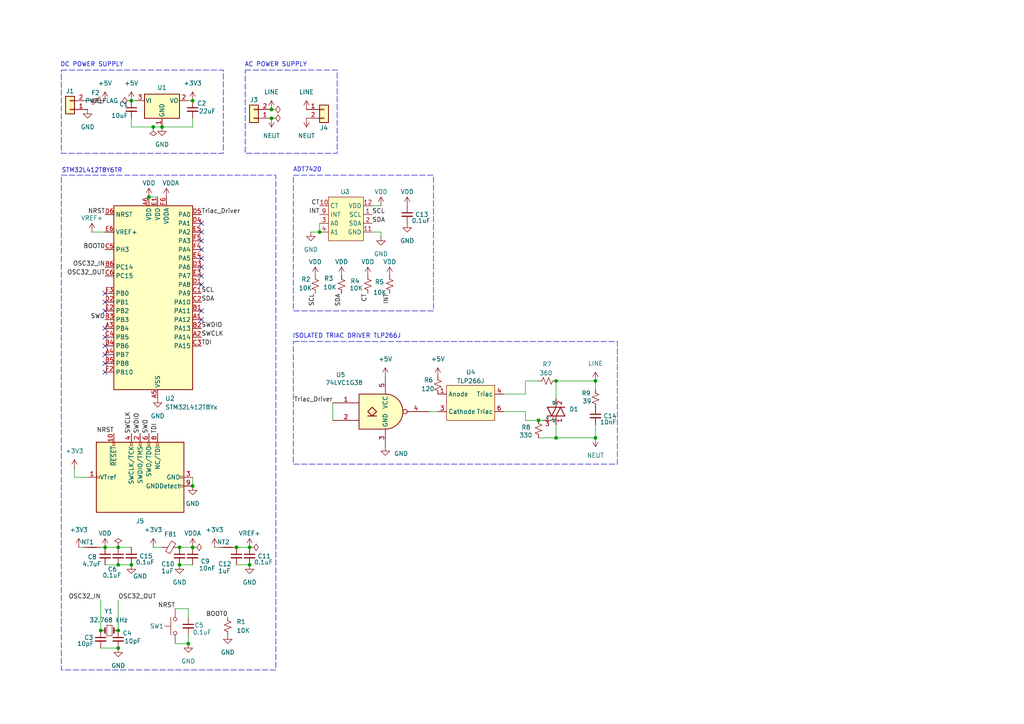
<source format=kicad_sch>
(kicad_sch (version 20231120) (generator "eeschema") (generator_version "8.0")
  (paper "A4")
  (title_block (title "Wings_Ict_test") (date "2025-03-01") (rev "1"))
  (lib_symbols
    (symbol "74xGxx:74LVC1G38"
      (property "Reference" "U" (at -5.08 7.62 0))
      (property "Value" "74LVC1G38" (at 7.62 -7.62 0))
      (symbol "74LVC1G38_0_1"
        (arc (start 0 -5.08) (mid 5.0579 0) (end 0 5.08) (stroke (width 0.254)) (fill (type background)))
        (polyline (pts (xy -5.08 -1.27) (xy -2.54 -1.27)) (stroke (width 0.254)) (fill (type background)))
        (polyline (pts (xy 0 -5.08) (xy -7.62 -5.08) (xy -7.62 5.08) (xy 0 5.08)) (stroke (width 0.254)) (fill (type background)))
        (polyline (pts (xy -3.81 1.27) (xy -5.08 0) (xy -3.81 -1.27) (xy -2.54 0) (xy -3.81 1.27)) (stroke (width 0.254)) (fill (type background)))
      )
      (symbol "74LVC1G38_1_1"
        (pin input line (at -15.24 2.54 0) (length 7.62) (name "~") (number "1"))
        (pin input line (at -15.24 -2.54 0) (length 7.62) (name "~") (number "2"))
        (pin power_in line (at 0 -10.16 90) (length 5.08) (name "GND") (number "3"))
        (pin output inverted (at 12.7 0 180) (length 7.62) (name "~") (number "4"))
        (pin power_in line (at 0 10.16 270) (length 5.08) (name "VCC") (number "5"))
      )
    )
    (symbol "Connector:Conn_ARM_JTAG_SWD_10" (pin_names (offset 1.016))
      (property "Reference" "J" (at -2.54 16.51 0))
      (property "Value" "Conn_ARM_JTAG_SWD_10" (at -2.54 13.97 0))
      (symbol "Conn_ARM_JTAG_SWD_10_0_1"
        (rectangle (start -10.16 12.7) (end 10.16 -12.7) (stroke (width 0.254)) (fill (type background)))
        (rectangle (start -2.794 -12.7) (end -2.286 -11.684))
        (rectangle (start -0.254 -12.7) (end 0.254 -11.684))
        (rectangle (start -0.254 12.7) (end 0.254 11.684))
        (rectangle (start 9.144 2.286) (end 10.16 2.794))
        (rectangle (start 10.16 -2.794) (end 9.144 -2.286))
        (rectangle (start 10.16 -0.254) (end 9.144 0.254))
        (rectangle (start 10.16 7.874) (end 9.144 7.366))
      )
      (symbol "Conn_ARM_JTAG_SWD_10_1_1"
        (rectangle (start 9.144 -5.334) (end 10.16 -4.826))
        (pin power_in line (at 0 15.24 270) (length 2.54) (name "VTref") (number "1"))
        (pin open_collector line (at 12.7 7.62 180) (length 2.54) (name "~{RESET}") (number "10"))
        (pin bidirectional line (at 12.7 0 180) (length 2.54) (name "SWDIO/TMS") (number "2"))
        (pin power_in line (at 0 -15.24 90) (length 2.54) (name "GND") (number "3"))
        (pin output line (at 12.7 2.54 180) (length 2.54) (name "SWCLK/TCK") (number "4"))
        (pin passive line (at 0 -15.24 90) (length 2.54) hide (name "GND") (number "5"))
        (pin input line (at 12.7 -2.54 180) (length 2.54) (name "SWO/TDO") (number "6"))
        (pin no_connect line (at -10.16 0 0) (length 2.54) hide (name "KEY") (number "7"))
        (pin output line (at 12.7 -5.08 180) (length 2.54) (name "NC/TDI") (number "8"))
        (pin passive line (at -2.54 -15.24 90) (length 2.54) (name "GNDDetect") (number "9"))
      )
    )
    (symbol "Connector_Generic:Conn_01x02" (pin_names (offset 1.016) hide)
      (property "Reference" "J" (at 0 2.54 0))
      (property "Value" "Conn_01x02" (at 0 -5.08 0))
      (symbol "Conn_01x02_1_1"
        (rectangle (start -1.27 -2.413) (end 0 -2.667) (stroke (width 0.1524)))
        (rectangle (start -1.27 0.127) (end 0 -0.127) (stroke (width 0.1524)))
        (rectangle (start -1.27 1.27) (end 1.27 -3.81) (stroke (width 0.254)) (fill (type background)))
        (pin passive line (at -5.08 0 0) (length 3.81) (name "Pin_1") (number "1"))
        (pin passive line (at -5.08 -2.54 0) (length 3.81) (name "Pin_2") (number "2"))
      )
    )
    (symbol "Custom_Components_Library:ADT7420"
      (property "Reference" "U" (at 0 -1.27 0))
      (symbol "ADT7420_1_1"
        (rectangle (start -5.08 12.7) (end 5.08 0) (fill (type background)))
        (pin input line (at 7.62 7.62 180) (length 2.54) (name "SCL") (number "1"))
        (pin output line (at -7.62 10.16 0) (length 2.54) (name "CT") (number "10"))
        (pin power_in line (at 7.62 2.54 180) (length 2.54) (name "GND") (number "11"))
        (pin power_in line (at 7.62 10.16 180) (length 2.54) (name "VDD") (number "12"))
        (pin bidirectional line (at 7.62 5.08 180) (length 2.54) (name "SDA") (number "2"))
        (pin passive line (at -7.62 5.08 0) (length 2.54) (name "A0") (number "3"))
        (pin passive line (at -7.62 2.54 0) (length 2.54) (name "A1") (number "4"))
        (pin output line (at -7.62 7.62 0) (length 2.54) (name "INT") (number "9"))
      )
    )
    (symbol "Custom_Components_Library:TLP266J"
      (property "Reference" "U" (at 0 -2.286 0))
      (symbol "TLP266J_1_1"
        (rectangle (start -6.35 10.16) (end 7.62 0) (fill (type background)))
        (pin input line (at -8.89 7.62 0) (length 2.54) (name "Anode") (number "1"))
        (pin passive line (at -8.89 2.54 0) (length 2.54) (name "Cathode") (number "3"))
        (pin passive line (at 10.16 7.62 180) (length 2.54) (name "Triac") (number "4"))
        (pin passive line (at 10.16 2.54 180) (length 2.54) (name "Triac") (number "6"))
      )
    )
    (symbol "Device:C_Small" (pin_numbers hide) (pin_names (offset 0.254) hide)
      (property "Reference" "C" (at 0.254 1.778 0))
      (property "Value" "C_Small" (at 0.254 -2.032 0))
      (symbol "C_Small_0_1"
        (polyline (pts (xy -1.524 -0.508) (xy 1.524 -0.508)) (stroke (width 0.3302)))
        (polyline (pts (xy -1.524 0.508) (xy 1.524 0.508)) (stroke (width 0.3048)))
      )
      (symbol "C_Small_1_1"
        (pin passive line (at 0 2.54 270) (length 2.032) (name "~") (number "1"))
        (pin passive line (at 0 -2.54 90) (length 2.032) (name "~") (number "2"))
      )
    )
    (symbol "Device:Crystal_Small" (pin_numbers hide) (pin_names (offset 1.016) hide)
      (property "Reference" "Y" (at 0 2.54 0))
      (property "Value" "Crystal_Small" (at 0 -2.54 0))
      (symbol "Crystal_Small_0_1"
        (rectangle (start -0.762 -1.524) (end 0.762 1.524))
        (polyline (pts (xy -1.27 -0.762) (xy -1.27 0.762)) (stroke (width 0.381)))
        (polyline (pts (xy 1.27 -0.762) (xy 1.27 0.762)) (stroke (width 0.381)))
      )
      (symbol "Crystal_Small_1_1"
        (pin passive line (at -2.54 0 0) (length 1.27) (name "1") (number "1"))
        (pin passive line (at 2.54 0 180) (length 1.27) (name "2") (number "2"))
      )
    )
    (symbol "Device:FerriteBead_Small" (pin_numbers hide) (pin_names (offset 0))
      (property "Reference" "FB" (at 1.905 1.27 0))
      (property "Value" "FerriteBead_Small" (at 1.905 -1.27 0))
      (symbol "FerriteBead_Small_0_1"
        (polyline (pts (xy 0 -1.27) (xy 0 -0.7874)))
        (polyline (pts (xy 0 0.889) (xy 0 1.2954)))
        (polyline (pts (xy -1.8288 0.2794) (xy -1.1176 1.4986) (xy 1.8288 -0.2032) (xy 1.1176 -1.4224) (xy -1.8288 0.2794)))
      )
      (symbol "FerriteBead_Small_1_1"
        (pin passive line (at 0 2.54 270) (length 1.27) (name "~") (number "1"))
        (pin passive line (at 0 -2.54 90) (length 1.27) (name "~") (number "2"))
      )
    )
    (symbol "Device:NetTie_2" (pin_numbers hide) (pin_names (offset 0) hide) (in_bom no)
      (property "Reference" "NT" (at 0 1.27 0))
      (property "Value" "NetTie_2" (at 0 -1.27 0))
      (symbol "NetTie_2_0_1"
        (polyline (pts (xy -1.27 0) (xy 1.27 0)) (stroke (width 0.254)))
      )
      (symbol "NetTie_2_1_1"
        (pin passive line (at -2.54 0 0) (length 2.54) (name "1") (number "1"))
        (pin passive line (at 2.54 0 180) (length 2.54) (name "2") (number "2"))
      )
    )
    (symbol "Device:Polyfuse_Small" (pin_numbers hide) (pin_names (offset 0))
      (property "Reference" "F" (at -1.905 0 90))
      (property "Value" "Polyfuse_Small" (at 1.905 0 90))
      (symbol "Polyfuse_Small_0_1"
        (rectangle (start -0.508 1.27) (end 0.508 -1.27))
        (polyline (pts (xy 0 2.54) (xy 0 -2.54)))
        (polyline (pts (xy -1.016 1.27) (xy -1.016 0.762) (xy 1.016 -0.762) (xy 1.016 -1.27)))
      )
      (symbol "Polyfuse_Small_1_1"
        (pin passive line (at 0 2.54 270) (length 0.635) (name "~") (number "1"))
        (pin passive line (at 0 -2.54 90) (length 0.635) (name "~") (number "2"))
      )
    )
    (symbol "Device:R_Small_US" (pin_numbers hide) (pin_names (offset 0.254) hide)
      (property "Reference" "R" (at 0.762 0.508 0))
      (property "Value" "R_Small_US" (at 0.762 -1.016 0))
      (symbol "R_Small_US_1_1"
        (polyline (pts (xy 0 0) (xy 1.016 -0.381) (xy 0 -0.762) (xy -1.016 -1.143) (xy 0 -1.524)))
        (polyline (pts (xy 0 1.524) (xy 1.016 1.143) (xy 0 0.762) (xy -1.016 0.381) (xy 0 0)))
        (pin passive line (at 0 2.54 270) (length 1.016) (name "~") (number "1"))
        (pin passive line (at 0 -2.54 90) (length 1.016) (name "~") (number "2"))
      )
    )
    (symbol "MCU_ST_STM32L4:STM32L412T8Yx"
      (property "Reference" "U" (at -10.16 29.21 0))
      (property "Value" "STM32L412T8Yx" (at 7.62 29.21 0))
      (symbol "STM32L412T8Yx_0_1"
        (rectangle (start -10.16 -25.4) (end 12.7 27.94) (stroke (width 0.254)) (fill (type background)))
      )
      (symbol "STM32L412T8Yx_1_1"
        (pin bidirectional line (at 15.24 -5.08 180) (length 2.54) (name "PA12") (number "A1"))
        (pin bidirectional line (at 15.24 -10.16 180) (length 2.54) (name "PA14") (number "A2"))
        (pin bidirectional line (at -12.7 -7.62 0) (length 2.54) (name "PB4") (number "A3"))
        (pin bidirectional line (at -12.7 -15.24 0) (length 2.54) (name "PB7") (number "A4"))
        (pin power_in line (at 2.54 -27.94 90) (length 2.54) (name "VSS") (number "A5"))
        (pin power_in line (at 0 30.48 270) (length 2.54) (name "VDD") (number "A6"))
        (pin bidirectional line (at 15.24 -2.54 180) (length 2.54) (name "PA11") (number "B1"))
        (pin bidirectional line (at 15.24 -7.62 180) (length 2.54) (name "PA13") (number "B2"))
        (pin bidirectional line (at -12.7 -5.08 0) (length 2.54) (name "PB3") (number "B3"))
        (pin bidirectional line (at -12.7 -12.7 0) (length 2.54) (name "PB6") (number "B4"))
        (pin bidirectional line (at -12.7 -17.78 0) (length 2.54) (name "PB8") (number "B5"))
        (pin bidirectional line (at -12.7 10.16 0) (length 2.54) (name "PC14") (number "B6"))
        (pin bidirectional line (at 15.24 2.54 180) (length 2.54) (name "PA9") (number "C1"))
        (pin bidirectional line (at 15.24 0 180) (length 2.54) (name "PA10") (number "C2"))
        (pin bidirectional line (at 15.24 -12.7 180) (length 2.54) (name "PA15") (number "C3"))
        (pin bidirectional line (at -12.7 -10.16 0) (length 2.54) (name "PB5") (number "C4"))
        (pin bidirectional line (at -12.7 15.24 0) (length 2.54) (name "PH3") (number "C5"))
        (pin bidirectional line (at -12.7 7.62 0) (length 2.54) (name "PC15") (number "C6"))
        (pin bidirectional line (at 15.24 5.08 180) (length 2.54) (name "PA8") (number "D1"))
        (pin bidirectional line (at -12.7 0 0) (length 2.54) (name "PB1") (number "D2"))
        (pin bidirectional line (at 15.24 10.16 180) (length 2.54) (name "PA6") (number "D3"))
        (pin bidirectional line (at 15.24 22.86 180) (length 2.54) (name "PA1") (number "D4"))
        (pin bidirectional line (at 15.24 25.4 180) (length 2.54) (name "PA0") (number "D5"))
        (pin input line (at -12.7 25.4 0) (length 2.54) (name "NRST") (number "D6"))
        (pin power_in line (at 2.54 30.48 270) (length 2.54) (name "VDD") (number "E1"))
        (pin bidirectional line (at -12.7 -2.54 0) (length 2.54) (name "PB2") (number "E2"))
        (pin bidirectional line (at 15.24 7.62 180) (length 2.54) (name "PA7") (number "E3"))
        (pin bidirectional line (at 15.24 12.7 180) (length 2.54) (name "PA5") (number "E4"))
        (pin bidirectional line (at 15.24 20.32 180) (length 2.54) (name "PA2") (number "E5"))
        (pin input line (at -12.7 20.32 0) (length 2.54) (name "VREF+") (number "E6"))
        (pin passive line (at 2.54 -27.94 90) (length 2.54) hide (name "VSS") (number "F1"))
        (pin bidirectional line (at -12.7 -20.32 0) (length 2.54) (name "PB10") (number "F2"))
        (pin bidirectional line (at -12.7 2.54 0) (length 2.54) (name "PB0") (number "F3"))
        (pin bidirectional line (at 15.24 15.24 180) (length 2.54) (name "PA4") (number "F4"))
        (pin bidirectional line (at 15.24 17.78 180) (length 2.54) (name "PA3") (number "F5"))
        (pin power_in line (at 5.08 30.48 270) (length 2.54) (name "VDDA") (number "F6"))
      )
    )
    (symbol "Regulator_Linear:AZ1117-3.3" (pin_names (offset 0.254))
      (property "Reference" "U" (at -3.81 3.175 0))
      (property "Value" "AZ1117-3.3" (at 0 3.175 0))
      (symbol "AZ1117-3.3_0_1"
        (rectangle (start -5.08 1.905) (end 5.08 -5.08) (stroke (width 0.254)) (fill (type background)))
      )
      (symbol "AZ1117-3.3_1_1"
        (pin power_in line (at 0 -7.62 90) (length 2.54) (name "GND") (number "1"))
        (pin power_out line (at 7.62 0 180) (length 2.54) (name "VO") (number "2"))
        (pin power_in line (at -7.62 0 0) (length 2.54) (name "VI") (number "3"))
      )
    )
    (symbol "Switch:SW_Push" (pin_numbers hide) (pin_names (offset 1.016) hide)
      (property "Reference" "SW" (at 1.27 2.54 0))
      (property "Value" "SW_Push" (at 0 -1.524 0))
      (symbol "SW_Push_0_1"
        (circle (center -2.032 0) (radius 0.508))
        (polyline (pts (xy 0 1.27) (xy 0 3.048)))
        (polyline (pts (xy 2.54 1.27) (xy -2.54 1.27)))
        (circle (center 2.032 0) (radius 0.508))
        (pin passive line (at -5.08 0 0) (length 2.54) (name "1") (number "1"))
        (pin passive line (at 5.08 0 180) (length 2.54) (name "2") (number "2"))
      )
    )
    (symbol "Triac_Thyristor:Generic_Triac_A1A2G" (pin_names (offset 0))
      (property "Reference" "D" (at 3.175 0.635 0))
      (property "Value" "Generic_Triac_A1A2G" (at 3.175 -1.27 0))
      (symbol "Generic_Triac_A1A2G_0_1"
        (polyline (pts (xy -2.54 -1.27) (xy 2.54 -1.27)) (stroke (width 0.254)))
        (polyline (pts (xy -2.54 1.27) (xy 2.54 1.27)) (stroke (width 0.254)))
        (polyline (pts (xy -1.27 -2.54) (xy -0.635 -1.27)))
        (polyline (pts (xy -2.54 1.27) (xy -1.27 -1.27) (xy 0 1.27)) (stroke (width 0.254)))
        (polyline (pts (xy 0 -1.27) (xy 1.27 1.27) (xy 2.54 -1.27)) (stroke (width 0.254)))
      )
      (symbol "Generic_Triac_A1A2G_1_1"
        (pin passive line (at 0 -3.81 90) (length 2.54) (name "A1") (number "1"))
        (pin passive line (at 0 3.81 270) (length 2.54) (name "A2") (number "2"))
        (pin input line (at -3.81 -2.54 0) (length 2.54) (name "G") (number "3"))
      )
    )
    (symbol "power:+3V3" (power) (pin_numbers hide) (pin_names (offset 0) hide)
      (property "Value" "+3V3" (at 0 3.556 0))
      (symbol "+3V3_0_1"
        (polyline (pts (xy -0.762 1.27) (xy 0 2.54)))
        (polyline (pts (xy 0 0) (xy 0 2.54)))
        (polyline (pts (xy 0 2.54) (xy 0.762 1.27)))
      )
      (symbol "+3V3_1_1"
        (pin power_in line (at 0 0 90) (length 0) (name "~") (number "1"))
      )
    )
    (symbol "power:+5V" (power) (pin_numbers hide) (pin_names (offset 0) hide)
      (property "Value" "+5V" (at 0 3.556 0))
      (symbol "+5V_0_1"
        (polyline (pts (xy -0.762 1.27) (xy 0 2.54)))
        (polyline (pts (xy 0 0) (xy 0 2.54)))
        (polyline (pts (xy 0 2.54) (xy 0.762 1.27)))
      )
      (symbol "+5V_1_1"
        (pin power_in line (at 0 0 90) (length 0) (name "~") (number "1"))
      )
    )
    (symbol "power:GND" (power) (pin_numbers hide) (pin_names (offset 0) hide)
      (property "Value" "GND" (at 0 -3.81 0))
      (symbol "GND_0_1"
        (polyline (pts (xy 0 0) (xy 0 -1.27) (xy 1.27 -1.27) (xy 0 -2.54) (xy -1.27 -1.27) (xy 0 -1.27)))
      )
      (symbol "GND_1_1"
        (pin power_in line (at 0 0 270) (length 0) (name "~") (number "1"))
      )
    )
    (symbol "power:LINE" (power) (pin_numbers hide) (pin_names (offset 0) hide)
      (property "Value" "LINE" (at 0 3.556 0))
      (symbol "LINE_0_1"
        (polyline (pts (xy -0.762 1.27) (xy 0 2.54)))
        (polyline (pts (xy 0 0) (xy 0 2.54)))
        (polyline (pts (xy 0 2.54) (xy 0.762 1.27)))
      )
      (symbol "LINE_1_1"
        (pin power_in line (at 0 0 90) (length 0) (name "~") (number "1"))
      )
    )
    (symbol "power:NEUT" (power) (pin_numbers hide) (pin_names (offset 0) hide)
      (property "Value" "NEUT" (at 0 3.556 0))
      (symbol "NEUT_0_1"
        (polyline (pts (xy -0.762 1.27) (xy 0 2.54)))
        (polyline (pts (xy 0 0) (xy 0 2.54)))
        (polyline (pts (xy 0 2.54) (xy 0.762 1.27)))
      )
      (symbol "NEUT_1_1"
        (pin power_in line (at 0 0 90) (length 0) (name "~") (number "1"))
      )
    )
    (symbol "power:PWR_FLAG" (power) (pin_numbers hide) (pin_names (offset 0) hide)
      (property "Value" "PWR_FLAG" (at 0 3.81 0))
      (symbol "PWR_FLAG_0_0"
        (pin power_out line (at 0 0 90) (length 0) (name "~") (number "1"))
      )
      (symbol "PWR_FLAG_0_1"
        (polyline (pts (xy 0 0) (xy 0 1.27) (xy -1.016 1.905) (xy 0 2.54) (xy 1.016 1.905) (xy 0 1.27)))
      )
    )
  )
  (junction (at 161.29 127))
  (junction (at 161.29 110.49))
  (junction (at 172.72 110.49))
  (junction (at 68.58 158.75))
  (junction (at 156.21 121.92))
  (junction (at 34.29 187.96))
  (junction (at 52.07 158.75))
  (junction (at 72.39 158.75))
  (junction (at 44.45 36.83))
  (junction (at 55.88 158.75))
  (junction (at 78.74 31.75))
  (junction (at 172.72 127))
  (junction (at 78.74 34.29))
  (junction (at 38.1 29.21))
  (junction (at 34.29 163.83))
  (junction (at 52.07 163.83))
  (junction (at 43.18 57.15))
  (junction (at 72.39 163.83))
  (junction (at 30.48 158.75))
  (junction (at 46.99 36.83))
  (junction (at 29.21 182.88))
  (junction (at 55.88 140.97))
  (junction (at 55.88 29.21))
  (junction (at 92.71 67.31))
  (junction (at 54.61 186.69))
  (junction (at 34.29 158.75))
  (junction (at 34.29 182.88))
  (junction (at 38.1 163.83))
  (no_connect (at 30.48 105.41))
  (no_connect (at 58.42 82.55))
  (no_connect (at 58.42 80.01))
  (no_connect (at 30.48 107.95))
  (no_connect (at 30.48 85.09))
  (no_connect (at 30.48 100.33))
  (no_connect (at 30.48 87.63))
  (no_connect (at 58.42 69.85))
  (no_connect (at 58.42 77.47))
  (no_connect (at 30.48 90.17))
  (no_connect (at 58.42 92.71))
  (no_connect (at 58.42 67.31))
  (no_connect (at 58.42 64.77))
  (no_connect (at 30.48 102.87))
  (no_connect (at 30.48 97.79))
  (no_connect (at 30.48 95.25))
  (no_connect (at 58.42 72.39))
  (no_connect (at 58.42 90.17))
  (no_connect (at 58.42 74.93))
  (wire (pts (xy 34.29 173.99) (xy 34.29 182.88)))
  (wire (pts (xy 55.88 29.21) (xy 54.61 29.21)))
  (wire (pts (xy 50.8 176.53) (xy 54.61 176.53)))
  (wire (pts (xy 38.1 29.21) (xy 39.37 29.21)))
  (wire (pts (xy 44.45 36.83) (xy 46.99 36.83)))
  (wire (pts (xy 90.17 67.31) (xy 92.71 67.31)))
  (wire (pts (xy 21.59 138.43) (xy 25.4 138.43)))
  (wire (pts (xy 156.21 121.92) (xy 157.48 121.92)))
  (wire (pts (xy 54.61 176.53) (xy 54.61 179.07)))
  (wire (pts (xy 26.67 67.31) (xy 30.48 67.31)))
  (wire (pts (xy 54.61 186.69) (xy 54.61 184.15)))
  (wire (pts (xy 68.58 158.75) (xy 72.39 158.75)))
  (wire (pts (xy 172.72 127) (xy 161.29 127)))
  (wire (pts (xy 21.59 135.89) (xy 21.59 138.43)))
  (wire (pts (xy 34.29 163.83) (xy 38.1 163.83)))
  (wire (pts (xy 52.07 158.75) (xy 55.88 158.75)))
  (wire (pts (xy 92.71 64.77) (xy 92.71 67.31)))
  (wire (pts (xy 46.99 158.75) (xy 44.45 158.75)))
  (wire (pts (xy 152.4 110.49) (xy 156.21 110.49)))
  (wire (pts (xy 29.21 158.75) (xy 30.48 158.75)))
  (wire (pts (xy 62.23 158.75) (xy 63.5 158.75)))
  (wire (pts (xy 29.21 173.99) (xy 29.21 182.88)))
  (wire (pts (xy 55.88 138.43) (xy 55.88 140.97)))
  (wire (pts (xy 156.21 121.92) (xy 152.4 121.92)))
  (wire (pts (xy 172.72 123.19) (xy 172.72 127)))
  (wire (pts (xy 124.46 119.38) (xy 127 119.38)))
  (wire (pts (xy 96.52 116.84) (xy 96.52 121.92)))
  (wire (pts (xy 161.29 110.49) (xy 172.72 110.49)))
  (wire (pts (xy 172.72 110.49) (xy 172.72 113.03)))
  (wire (pts (xy 43.18 57.15) (xy 45.72 57.15)))
  (wire (pts (xy 29.21 187.96) (xy 34.29 187.96)))
  (wire (pts (xy 161.29 127) (xy 161.29 123.19)))
  (wire (pts (xy 152.4 114.3) (xy 152.4 110.49)))
  (wire (pts (xy 52.07 163.83) (xy 55.88 163.83)))
  (wire (pts (xy 152.4 121.92) (xy 152.4 119.38)))
  (wire (pts (xy 152.4 119.38) (xy 146.05 119.38)))
  (wire (pts (xy 146.05 114.3) (xy 152.4 114.3)))
  (wire (pts (xy 34.29 158.75) (xy 38.1 158.75)))
  (wire (pts (xy 55.88 34.29) (xy 55.88 36.83)))
  (wire (pts (xy 30.48 158.75) (xy 34.29 158.75)))
  (wire (pts (xy 38.1 36.83) (xy 44.45 36.83)))
  (wire (pts (xy 68.58 163.83) (xy 72.39 163.83)))
  (wire (pts (xy 110.49 59.69) (xy 107.95 59.69)))
  (wire (pts (xy 38.1 34.29) (xy 38.1 36.83)))
  (wire (pts (xy 22.86 158.75) (xy 24.13 158.75)))
  (wire (pts (xy 110.49 67.31) (xy 107.95 67.31)))
  (wire (pts (xy 55.88 36.83) (xy 46.99 36.83)))
  (wire (pts (xy 30.48 163.83) (xy 34.29 163.83)))
  (wire (pts (xy 50.8 186.69) (xy 54.61 186.69)))
  (wire (pts (xy 110.49 68.58) (xy 110.49 67.31)))
  (wire (pts (xy 156.21 127) (xy 161.29 127)))
  (wire (pts (xy 161.29 110.49) (xy 161.29 115.57)))
  (rectangle (start 71.12 20.32) (end 97.79 44.45) (stroke (width 0) (type dash)))
  (rectangle (start 17.78 20.32) (end 64.77 44.45) (stroke (width 0) (type dash)))
  (rectangle (start 85.09 99.06) (end 179.07 134.62) (stroke (width 0) (type dash)))
  (rectangle (start 17.78 50.8) (end 80.01 194.31) (stroke (width 0) (type dash)))
  (rectangle (start 85.09 50.8) (end 125.73 90.17) (stroke (width 0) (type dash)))
  (text "STM32L412T8Y6TR" (at 26.67 49.53 0) (effects (font (size 1.27 1.27))))
  (text "ISOLATED TRIAC DRIVER TLP266J\n" (at 100.584 97.536 0) (effects (font (size 1.27 1.27))))
  (text "ADT7420" (at 89.154 49.276 0) (effects (font (size 1.27 1.27))))
  (text "DC POWER SUPPLY" (at 26.67 18.796 0) (effects (font (size 1.27 1.27))))
  (text "AC POWER SUPPLY" (at 80.01 18.796 0) (effects (font (size 1.27 1.27))))
  (label "CT" (at 92.71 59.69 180))
  (label "Triac_Driver" (at 58.42 62.23 0))
  (label "SWO" (at 43.18 125.73 90))
  (label "SDA" (at 58.42 87.63 0))
  (label "BOOT0" (at 66.04 179.07 180))
  (label "SDA" (at 99.06 85.09 270))
  (label "OSC32_IN" (at 30.48 77.47 180))
  (label "SCL" (at 58.42 85.09 0))
  (label "SWDIO" (at 40.64 125.73 90))
  (label "NRST" (at 50.8 176.53 180))
  (label "OSC32_OUT" (at 34.29 173.99 0))
  (label "TDI" (at 58.42 100.33 0))
  (label "SCL" (at 91.44 85.09 270))
  (label "Triac_Driver" (at 96.52 116.84 180))
  (label "INT" (at 113.03 85.09 270))
  (label "BOOT0" (at 30.48 72.39 180))
  (label "SCL" (at 107.95 62.23 0))
  (label "SWDIO" (at 58.42 95.25 0))
  (label "OSC32_IN" (at 29.21 173.99 180))
  (label "OSC32_OUT" (at 30.48 80.01 180))
  (label "INT" (at 92.71 62.23 180))
  (label "NRST" (at 30.48 62.23 180))
  (label "SWO" (at 30.48 92.71 180))
  (label "SWCLK" (at 38.1 125.73 90))
  (label "NRST" (at 33.02 125.73 180))
  (label "CT" (at 106.68 85.09 270))
  (label "SDA" (at 107.95 64.77 0))
  (label "SWCLK" (at 58.42 97.79 0))
  (label "TDI" (at 45.72 125.73 90))
  (symbol (lib_id "Device:R_Small_US") (at 158.75 110.49 90) (unit 1)
    (property "Reference" "R7" (at 160.02 105.664 90) (effects (justify left)))
    (property "Value" "360" (at 160.274 108.204 90) (effects (justify left)))
    (property "Description" "Resistor, small US symbol" (effects (hide yes)))
  )
  (symbol (lib_id "power:+3V3") (at 21.59 135.89 0) (unit 1)
    (property "Reference" "#PWR023" (effects (hide yes)))
    (property "Value" "+3V3" (at 21.59 130.81 0))
    (property "Description" "Power symbol creates a global label with name \"+3V3\"" (effects (hide yes)))
  )
  (symbol (lib_id "power:+3V3") (at 91.44 80.01 0) (unit 1)
    (property "Reference" "#PWR029" (effects (hide yes)))
    (property "Value" "VDD" (at 91.44 75.946 0))
    (property "Description" "Power symbol creates a global label with name \"+3V3\"" (effects (hide yes)))
  )
  (symbol (lib_id "power:LINE") (at 172.72 110.49 0) (unit 1)
    (property "Reference" "#PWR039" (effects (hide yes)))
    (property "Value" "LINE" (at 172.72 105.41 0))
    (property "Description" "Power symbol creates a global label with name \"LINE\"" (effects (hide yes)))
  )
  (symbol (lib_id "Device:C_Small") (at 38.1 31.75 0) (unit 1)
    (property "Reference" "C1" (at 34.544 30.226 0) (effects (justify left)))
    (property "Value" "10uF" (at 32.258 33.528 0) (effects (justify left)))
    (property "Description" "Unpolarized capacitor, small symbol" (effects (hide yes)))
  )
  (symbol (lib_id "Device:R_Small_US") (at 113.03 82.55 0) (unit 1)
    (property "Reference" "R5" (at 108.712 81.788 0) (effects (justify left)))
    (property "Value" "10K" (at 108.204 84.836 0) (effects (justify left)))
    (property "Description" "Resistor, small US symbol" (effects (hide yes)))
  )
  (symbol (lib_id "Device:Polyfuse_Small") (at 27.94 29.21 90) (unit 1)
    (property "Reference" "F2" (at 27.686 26.924 90))
    (property "Value" "Polyfuse_Small" (effects (hide yes)))
    (property "Description" "Resettable fuse, polymeric positive temperature coefficient, small symbol" (effects (hide yes)))
  )
  (symbol (lib_id "power:GND") (at 66.04 184.15 0) (unit 1)
    (property "Reference" "#PWR08" (effects (hide yes)))
    (property "Value" "GND" (at 66.04 189.23 0))
    (property "Description" "Power symbol creates a global label with name \"GND\" , ground" (effects (hide yes)))
  )
  (symbol (lib_id "Device:C_Small") (at 29.21 185.42 0) (unit 1)
    (property "Reference" "C3" (at 24.384 184.912 0) (effects (justify left)))
    (property "Value" "10pF" (at 22.352 186.69 0) (effects (justify left)))
    (property "Description" "Unpolarized capacitor, small symbol" (effects (hide yes)))
  )
  (symbol (lib_id "Connector_Generic:Conn_01x02") (at 73.66 34.29 180) (unit 1)
    (property "Reference" "J3" (at 73.66 28.956 0))
    (property "Value" "Conn_01x02" (effects (hide yes)))
    (property "Description" "Generic connector, single row, 01x02, script generated (kicad-library-utils/schlib/autogen/connector/)" (effects (hide yes)))
  )
  (symbol (lib_id "Custom_Components_Library:ADT7420") (at 100.33 69.85 0) (unit 1)
    (property "Reference" "U3" (at 100.076 55.626 0))
    (property "Value" "~" (at 100.33 55.88 0))
  )
  (symbol (lib_id "Device:C_Small") (at 55.88 31.75 0) (unit 1)
    (property "Reference" "C2" (at 57.15 29.972 0) (effects (justify left)))
    (property "Value" "22uF" (at 57.658 32.258 0) (effects (justify left)))
    (property "Description" "Unpolarized capacitor, small symbol" (effects (hide yes)))
  )
  (symbol (lib_id "Device:R_Small_US") (at 156.21 124.46 180) (unit 1)
    (property "Reference" "R8" (at 153.924 123.952 0) (effects (justify left)))
    (property "Value" "330" (at 154.432 126.238 0) (effects (justify left)))
    (property "Description" "Resistor, small US symbol" (effects (hide yes)))
  )
  (symbol (lib_id "power:GND") (at 111.76 129.54 0) (unit 1)
    (property "Reference" "#PWR035" (effects (hide yes)))
    (property "Value" "GND" (at 116.332 131.572 0))
    (property "Description" "Power symbol creates a global label with name \"GND\" , ground" (effects (hide yes)))
  )
  (symbol (lib_id "power:+5V") (at 127 109.22 0) (unit 1)
    (property "Reference" "#PWR033" (effects (hide yes)))
    (property "Value" "+5V" (at 127 104.14 0))
    (property "Description" "Power symbol creates a global label with name \"+5V\"" (effects (hide yes)))
  )
  (symbol (lib_id "power:+3V3") (at 55.88 158.75 0) (unit 1)
    (property "Reference" "#PWR014" (effects (hide yes)))
    (property "Value" "VDDA" (at 55.88 154.686 0))
    (property "Description" "Power symbol creates a global label with name \"+3V3\"" (effects (hide yes)))
  )
  (symbol (lib_id "power:+3V3") (at 48.26 57.15 0) (unit 1)
    (property "Reference" "#PWR013" (effects (hide yes)))
    (property "Value" "VDDA" (at 49.53 53.086 0))
    (property "Description" "Power symbol creates a global label with name \"+3V3\"" (effects (hide yes)))
  )
  (symbol (lib_id "MCU_ST_STM32L4:STM32L412T8Yx") (at 43.18 87.63 0) (unit 1)
    (property "Reference" "U2" (at 47.9141 115.57 0) (effects (justify left)))
    (property "Value" "STM32L412T8Yx" (at 47.9141 118.11 0) (effects (justify left)))
    (property "Footprint" "Package_CSP:ST_WLCSP-36_2.58x3.07mm_Layout6x6_P0.4mm" (effects (hide yes)))
    (property "Datasheet" "https://www.st.com/resource/en/datasheet/stm32l412t8.pdf" (effects (hide yes)))
    (property "Description" "STMicroelectronics Arm Cortex-M4 MCU, 64KB flash, 40KB RAM, 80 MHz, 1.71-3.6V, 29 GPIO, WLCSP36" (effects (hide yes)))
  )
  (symbol (lib_id "power:+3V3") (at 106.68 80.01 0) (unit 1)
    (property "Reference" "#PWR032" (effects (hide yes)))
    (property "Value" "VDD" (at 106.68 75.946 0))
    (property "Description" "Power symbol creates a global label with name \"+3V3\"" (effects (hide yes)))
  )
  (symbol (lib_id "Device:NetTie_2") (at 26.67 158.75 0) (unit 1) (in_bom no)
    (property "Reference" "NT1" (at 25.4 157.226 0))
    (property "Value" "NetTie_2" (effects (hide yes)))
    (property "Description" "Net tie, 2 pins" (effects (hide yes)))
  )
  (symbol (lib_id "Device:C_Small") (at 55.88 161.29 0) (unit 1)
    (property "Reference" "C9" (at 58.166 162.814 0) (effects (justify left)))
    (property "Value" "10nF" (at 57.658 164.846 0) (effects (justify left)))
    (property "Description" "Unpolarized capacitor, small symbol" (effects (hide yes)))
  )
  (symbol (lib_id "power:GND") (at 72.39 163.83 0) (unit 1)
    (property "Reference" "#PWR020" (effects (hide yes)))
    (property "Value" "GND" (at 72.39 168.91 0))
    (property "Description" "Power symbol creates a global label with name \"GND\" , ground" (effects (hide yes)))
  )
  (symbol (lib_id "Triac_Thyristor:Generic_Triac_A1A2G") (at 161.29 119.38 0) (unit 1)
    (property "Reference" "D1" (at 165.1 118.6814 0) (effects (justify left)))
    (property "Value" "Generic_Triac_A1A2G" (effects (hide yes)))
    (property "Description" "Triode for alternating current, anode1/anode2/gate" (effects (hide yes)))
  )
  (symbol (lib_id "power:+3V3") (at 30.48 158.75 0) (unit 1)
    (property "Reference" "#PWR011" (effects (hide yes)))
    (property "Value" "VDD" (at 30.48 154.686 0))
    (property "Description" "Power symbol creates a global label with name \"+3V3\"" (effects (hide yes)))
  )
  (symbol (lib_id "power:+3V3") (at 43.18 57.15 0) (unit 1)
    (property "Reference" "#PWR045" (effects (hide yes)))
    (property "Value" "VDD" (at 43.18 53.086 0))
    (property "Description" "Power symbol creates a global label with name \"+3V3\"" (effects (hide yes)))
  )
  (symbol (lib_id "power:+5V") (at 38.1 29.21 0) (unit 1)
    (property "Reference" "#PWR02" (effects (hide yes)))
    (property "Value" "+5V" (at 38.1 24.13 0))
    (property "Description" "Power symbol creates a global label with name \"+5V\"" (effects (hide yes)))
  )
  (symbol (lib_id "Device:R_Small_US") (at 99.06 82.55 0) (unit 1)
    (property "Reference" "R3" (at 93.98 80.772 0) (effects (justify left)))
    (property "Value" "10K" (at 93.726 83.312 0) (effects (justify left)))
    (property "Description" "Resistor, small US symbol" (effects (hide yes)))
  )
  (symbol (lib_id "Device:C_Small") (at 34.29 185.42 0) (unit 1)
    (property "Reference" "C4" (at 35.56 183.642 0) (effects (justify left)))
    (property "Value" "10pF" (at 36.068 185.928 0) (effects (justify left)))
    (property "Description" "Unpolarized capacitor, small symbol" (effects (hide yes)))
  )
  (symbol (lib_id "power:GND") (at 38.1 163.83 0) (unit 1)
    (property "Reference" "#PWR010" (effects (hide yes)))
    (property "Value" "GND" (at 40.64 167.132 0))
    (property "Description" "Power symbol creates a global label with name \"GND\" , ground" (effects (hide yes)))
  )
  (symbol (lib_id "power:+3V3") (at 22.86 158.75 0) (unit 1)
    (property "Reference" "#PWR016" (effects (hide yes)))
    (property "Value" "+3V3" (at 22.86 153.67 0))
    (property "Description" "Power symbol creates a global label with name \"+3V3\"" (effects (hide yes)))
  )
  (symbol (lib_id "power:GND") (at 90.17 67.31 0) (unit 1)
    (property "Reference" "#PWR028" (effects (hide yes)))
    (property "Value" "GND" (at 90.17 72.39 0))
    (property "Description" "Power symbol creates a global label with name \"GND\" , ground" (effects (hide yes)))
  )
  (symbol (lib_id "power:+3V3") (at 62.23 158.75 0) (unit 1)
    (property "Reference" "#PWR021" (effects (hide yes)))
    (property "Value" "+3V3" (at 62.23 153.67 0))
    (property "Description" "Power symbol creates a global label with name \"+3V3\"" (effects (hide yes)))
  )
  (symbol (lib_id "Device:C_Small") (at 172.72 120.65 0) (unit 1)
    (property "Reference" "C14" (at 175.006 120.65 0) (effects (justify left)))
    (property "Value" "10nF" (at 173.99 122.428 0) (effects (justify left)))
    (property "Description" "Unpolarized capacitor, small symbol" (effects (hide yes)))
  )
  (symbol (lib_id "power:+3V3") (at 99.06 80.01 0) (unit 1)
    (property "Reference" "#PWR030" (effects (hide yes)))
    (property "Value" "VDD" (at 99.06 75.946 0))
    (property "Description" "Power symbol creates a global label with name \"+3V3\"" (effects (hide yes)))
  )
  (symbol (lib_id "power:GND") (at 45.72 115.57 0) (unit 1)
    (property "Reference" "#PWR046" (effects (hide yes)))
    (property "Value" "GND" (at 45.72 120.65 0))
    (property "Description" "Power symbol creates a global label with name \"GND\" , ground" (effects (hide yes)))
  )
  (symbol (lib_id "Device:C_Small") (at 38.1 161.29 0) (unit 1)
    (property "Reference" "C15" (at 40.386 161.29 0) (effects (justify left)))
    (property "Value" "0.1uF" (at 39.37 163.068 0) (effects (justify left)))
    (property "Description" "Unpolarized capacitor, small symbol" (effects (hide yes)))
  )
  (symbol (lib_id "Regulator_Linear:AZ1117-3.3") (at 46.99 29.21 0) (unit 1)
    (property "Reference" "U1" (at 46.99 25.4 0))
    (property "Value" "AZ1117-3.3" (effects (hide yes)))
    (property "Datasheet" "https://www.diodes.com/assets/Datasheets/AZ1117.pdf" (effects (hide yes)))
    (property "Description" "1A 20V Fixed LDO Linear Regulator, 3.3V, SOT-89/SOT-223/TO-220/TO-252/TO-263" (effects (hide yes)))
  )
  (symbol (lib_id "power:LINE") (at 78.74 31.75 0) (unit 1)
    (property "Reference" "#PWR037" (effects (hide yes)))
    (property "Value" "LINE" (at 78.74 26.67 0))
    (property "Description" "Power symbol creates a global label with name \"LINE\"" (effects (hide yes)))
  )
  (symbol (lib_id "power:+3V3") (at 110.49 59.69 0) (unit 1)
    (property "Reference" "#PWR026" (effects (hide yes)))
    (property "Value" "VDD" (at 110.49 55.626 0))
    (property "Description" "Power symbol creates a global label with name \"+3V3\"" (effects (hide yes)))
  )
  (symbol (lib_id "Device:C_Small") (at 72.39 161.29 0) (unit 1)
    (property "Reference" "C11" (at 74.676 161.29 0) (effects (justify left)))
    (property "Value" "0.1uF" (at 73.66 163.068 0) (effects (justify left)))
    (property "Description" "Unpolarized capacitor, small symbol" (effects (hide yes)))
  )
  (symbol (lib_id "power:+3V3") (at 26.67 67.31 0) (unit 1)
    (property "Reference" "#PWR044" (effects (hide yes)))
    (property "Value" "VREF+" (at 26.67 63.246 0))
    (property "Description" "Power symbol creates a global label with name \"+3V3\"" (effects (hide yes)))
  )
  (symbol (lib_id "power:LINE") (at 88.9 31.75 0) (unit 1)
    (property "Reference" "#PWR041" (effects (hide yes)))
    (property "Value" "LINE" (at 88.9 26.67 0))
    (property "Description" "Power symbol creates a global label with name \"LINE\"" (effects (hide yes)))
  )
  (symbol (lib_id "Device:C_Small") (at 54.61 181.61 0) (unit 1)
    (property "Reference" "C5" (at 56.388 181.356 0) (effects (justify left)))
    (property "Value" "0.1uF" (at 55.88 183.388 0) (effects (justify left)))
    (property "Description" "Unpolarized capacitor, small symbol" (effects (hide yes)))
  )
  (symbol (lib_id "power:GND") (at 25.4 31.75 0) (unit 1)
    (property "Reference" "#PWR05" (effects (hide yes)))
    (property "Value" "GND" (at 25.4 36.83 0))
    (property "Description" "Power symbol creates a global label with name \"GND\" , ground" (effects (hide yes)))
  )
  (symbol (lib_id "power:GND") (at 110.49 68.58 0) (unit 1)
    (property "Reference" "#PWR027" (effects (hide yes)))
    (property "Value" "GND" (at 110.49 73.66 0))
    (property "Description" "Power symbol creates a global label with name \"GND\" , ground" (effects (hide yes)))
  )
  (symbol (lib_id "power:GND") (at 46.99 36.83 0) (unit 1)
    (property "Reference" "#PWR03" (effects (hide yes)))
    (property "Value" "GND" (at 46.99 41.91 0))
    (property "Description" "Power symbol creates a global label with name \"GND\" , ground" (effects (hide yes)))
  )
  (symbol (lib_id "power:PWR_FLAG") (at 38.1 29.21 90) (unit 1)
    (property "Reference" "#FLG05" (effects (hide yes)))
    (property "Value" "PWR_FLAG" (at 34.29 29.2099 90) (effects (justify left)))
    (property "Description" "Special symbol for telling ERC where power comes from" (effects (hide yes)))
  )
  (symbol (lib_id "power:+3V3") (at 44.45 158.75 0) (unit 1)
    (property "Reference" "#PWR015" (effects (hide yes)))
    (property "Value" "+3V3" (at 44.45 153.67 0))
    (property "Description" "Power symbol creates a global label with name \"+3V3\"" (effects (hide yes)))
  )
  (symbol (lib_id "Device:R_Small_US") (at 106.68 82.55 0) (unit 1)
    (property "Reference" "R4" (at 101.6 81.534 0) (effects (justify left)))
    (property "Value" "10K" (at 101.346 83.566 0) (effects (justify left)))
    (property "Description" "Resistor, small US symbol" (effects (hide yes)))
  )
  (symbol (lib_id "power:+5V") (at 30.48 29.21 0) (unit 1)
    (property "Reference" "#PWR04" (effects (hide yes)))
    (property "Value" "+5V" (at 30.48 24.13 0))
    (property "Description" "Power symbol creates a global label with name \"+5V\"" (effects (hide yes)))
  )
  (symbol (lib_id "Custom_Components_Library:TLP266J") (at 135.89 121.92 0) (unit 1)
    (property "Reference" "U4" (at 136.525 107.95 0))
    (property "Value" "TLP266J" (at 136.525 110.49 0))
  )
  (symbol (lib_id "Device:C_Small") (at 68.58 161.29 0) (unit 1)
    (property "Reference" "C12" (at 63.246 163.576 0) (effects (justify left)))
    (property "Value" "1uF" (at 63.246 165.608 0) (effects (justify left)))
    (property "Description" "Unpolarized capacitor, small symbol" (effects (hide yes)))
  )
  (symbol (lib_id "power:PWR_FLAG") (at 78.74 31.75 270) (unit 1)
    (property "Reference" "#FLG03" (effects (hide yes)))
    (property "Value" "PWR_FLAG" (effects (hide yes)))
    (property "Description" "Special symbol for telling ERC where power comes from" (effects (hide yes)))
  )
  (symbol (lib_id "Device:R_Small_US") (at 66.04 181.61 0) (unit 1)
    (property "Reference" "R1" (at 68.58 180.3399 0) (effects (justify left)))
    (property "Value" "10K" (at 68.58 182.8799 0) (effects (justify left)))
    (property "Description" "Resistor, small US symbol" (effects (hide yes)))
  )
  (symbol (lib_id "74xGxx:74LVC1G38") (at 111.76 119.38 0) (unit 1)
    (property "Reference" "U5" (at 98.806 108.712 0))
    (property "Value" "74LVC1G38" (at 99.822 110.998 0))
    (property "Datasheet" "http://www.ti.com/lit/sg/scyt129e/scyt129e.pdf" (effects (hide yes)))
    (property "Description" "Single NAND Gate Open Drain, Low-Voltage CMOS" (effects (hide yes)))
  )
  (symbol (lib_id "Device:R_Small_US") (at 127 111.76 0) (unit 1)
    (property "Reference" "R6" (at 122.936 110.236 0) (effects (justify left)))
    (property "Value" "120" (at 122.174 112.776 0) (effects (justify left)))
    (property "Description" "Resistor, small US symbol" (effects (hide yes)))
  )
  (symbol (lib_id "power:NEUT") (at 78.74 34.29 180) (unit 1)
    (property "Reference" "#PWR038" (effects (hide yes)))
    (property "Value" "NEUT" (at 78.74 39.37 0))
    (property "Description" "Power symbol creates a global label with name \"NEUT\"" (effects (hide yes)))
  )
  (symbol (lib_id "Connector_Generic:Conn_01x02") (at 93.98 31.75 0) (unit 1)
    (property "Reference" "J4" (at 93.98 37.084 0))
    (property "Value" "Conn_01x02" (effects (hide yes)))
    (property "Description" "Generic connector, single row, 01x02, script generated (kicad-library-utils/schlib/autogen/connector/)" (effects (hide yes)))
  )
  (symbol (lib_id "power:PWR_FLAG") (at 78.74 34.29 270) (unit 1)
    (property "Reference" "#FLG04" (effects (hide yes)))
    (property "Value" "PWR_FLAG" (effects (hide yes)))
    (property "Description" "Special symbol for telling ERC where power comes from" (effects (hide yes)))
  )
  (symbol (lib_id "Connector:Conn_ARM_JTAG_SWD_10") (at 40.64 138.43 90) (unit 1)
    (property "Reference" "J5" (at 40.64 151.13 90))
    (property "Value" "Conn_ARM_JTAG_SWD_10" (effects (hide yes)))
    (property "Datasheet" "http://infocenter.arm.com/help/topic/com.arm.doc.ddi0314h/DDI0314H_coresight_components_trm.pdf" (effects (hide yes)))
    (property "Description" "Cortex Debug Connector, standard ARM Cortex-M SWD and JTAG interface" (effects (hide yes)))
  )
  (symbol (lib_id "power:NEUT") (at 88.9 34.29 180) (unit 1)
    (property "Reference" "#PWR042" (effects (hide yes)))
    (property "Value" "NEUT" (at 88.9 39.37 0))
    (property "Description" "Power symbol creates a global label with name \"NEUT\"" (effects (hide yes)))
  )
  (symbol (lib_id "power:NEUT") (at 172.72 127 180) (unit 1)
    (property "Reference" "#PWR040" (effects (hide yes)))
    (property "Value" "NEUT" (at 172.72 132.08 0))
    (property "Description" "Power symbol creates a global label with name \"NEUT\"" (effects (hide yes)))
  )
  (symbol (lib_id "power:PWR_FLAG") (at 34.29 158.75 0) (unit 1)
    (property "Reference" "#FLG02" (effects (hide yes)))
    (property "Value" "PWR_FLAG" (effects (hide yes)))
    (property "Description" "Special symbol for telling ERC where power comes from" (effects (hide yes)))
  )
  (symbol (lib_id "Device:R_Small_US") (at 91.44 82.55 0) (unit 1)
    (property "Reference" "R2" (at 87.376 81.026 0) (effects (justify left)))
    (property "Value" "10K" (at 86.614 83.566 0) (effects (justify left)))
    (property "Description" "Resistor, small US symbol" (effects (hide yes)))
  )
  (symbol (lib_id "Device:C_Small") (at 34.29 161.29 0) (unit 1)
    (property "Reference" "C6" (at 31.242 165.1 0) (effects (justify left)))
    (property "Value" "0.1uF" (at 29.718 166.878 0) (effects (justify left)))
    (property "Description" "Unpolarized capacitor, small symbol" (effects (hide yes)))
  )
  (symbol (lib_id "power:+3V3") (at 72.39 158.75 0) (unit 1)
    (property "Reference" "#PWR019" (effects (hide yes)))
    (property "Value" "VREF+" (at 72.39 154.686 0))
    (property "Description" "Power symbol creates a global label with name \"+3V3\"" (effects (hide yes)))
  )
  (symbol (lib_id "Device:C_Small") (at 118.11 62.23 0) (unit 1)
    (property "Reference" "C13" (at 120.396 62.23 0) (effects (justify left)))
    (property "Value" "0.1uF" (at 119.38 64.008 0) (effects (justify left)))
    (property "Description" "Unpolarized capacitor, small symbol" (effects (hide yes)))
  )
  (symbol (lib_id "Connector_Generic:Conn_01x02") (at 20.32 31.75 180) (unit 1)
    (property "Reference" "J1" (at 20.32 26.416 0))
    (property "Value" "Conn_01x02" (effects (hide yes)))
    (property "Description" "Generic connector, single row, 01x02, script generated (kicad-library-utils/schlib/autogen/connector/)" (effects (hide yes)))
  )
  (symbol (lib_id "power:+3V3") (at 118.11 59.69 0) (unit 1)
    (property "Reference" "#PWR024" (effects (hide yes)))
    (property "Value" "VDD" (at 118.11 55.626 0))
    (property "Description" "Power symbol creates a global label with name \"+3V3\"" (effects (hide yes)))
  )
  (symbol (lib_id "Device:NetTie_2") (at 66.04 158.75 0) (unit 1) (in_bom no)
    (property "Reference" "NT2" (at 64.77 157.226 0))
    (property "Value" "NetTie_2" (effects (hide yes)))
    (property "Description" "Net tie, 2 pins" (effects (hide yes)))
  )
  (symbol (lib_id "Device:C_Small") (at 30.48 161.29 0) (unit 1)
    (property "Reference" "C8" (at 25.4 161.544 0) (effects (justify left)))
    (property "Value" "4.7uF" (at 23.876 163.576 0) (effects (justify left)))
    (property "Description" "Unpolarized capacitor, small symbol" (effects (hide yes)))
  )
  (symbol (lib_id "power:PWR_FLAG") (at 72.39 158.75 270) (unit 1)
    (property "Reference" "#FLG01" (effects (hide yes)))
    (property "Value" "PWR_FLAG" (effects (hide yes)))
    (property "Description" "Special symbol for telling ERC where power comes from" (effects (hide yes)))
  )
  (symbol (lib_id "Device:C_Small") (at 52.07 161.29 0) (unit 1)
    (property "Reference" "C10" (at 46.736 163.576 0) (effects (justify left)))
    (property "Value" "1uF" (at 46.736 165.608 0) (effects (justify left)))
    (property "Description" "Unpolarized capacitor, small symbol" (effects (hide yes)))
  )
  (symbol (lib_id "power:+3V3") (at 113.03 80.01 0) (unit 1)
    (property "Reference" "#PWR031" (effects (hide yes)))
    (property "Value" "VDD" (at 113.03 75.946 0))
    (property "Description" "Power symbol creates a global label with name \"+3V3\"" (effects (hide yes)))
  )
  (symbol (lib_id "power:GND") (at 118.11 64.77 0) (unit 1)
    (property "Reference" "#PWR025" (effects (hide yes)))
    (property "Value" "GND" (at 118.11 69.85 0))
    (property "Description" "Power symbol creates a global label with name \"GND\" , ground" (effects (hide yes)))
  )
  (symbol (lib_id "power:+5V") (at 111.76 109.22 0) (unit 1)
    (property "Reference" "#PWR034" (effects (hide yes)))
    (property "Value" "+5V" (at 111.76 104.14 0))
    (property "Description" "Power symbol creates a global label with name \"+5V\"" (effects (hide yes)))
  )
  (symbol (lib_id "power:PWR_FLAG") (at 55.88 158.75 270) (unit 1)
    (property "Reference" "#FLG07" (effects (hide yes)))
    (property "Value" "PWR_FLAG" (effects (hide yes)))
    (property "Description" "Special symbol for telling ERC where power comes from" (effects (hide yes)))
  )
  (symbol (lib_id "power:GND") (at 34.29 187.96 0) (unit 1)
    (property "Reference" "#PWR06" (effects (hide yes)))
    (property "Value" "GND" (at 34.29 193.04 0))
    (property "Description" "Power symbol creates a global label with name \"GND\" , ground" (effects (hide yes)))
  )
  (symbol (lib_id "power:+3V3") (at 55.88 29.21 0) (unit 1)
    (property "Reference" "#PWR01" (effects (hide yes)))
    (property "Value" "+3V3" (at 55.88 24.13 0))
    (property "Description" "Power symbol creates a global label with name \"+3V3\"" (effects (hide yes)))
  )
  (symbol (lib_id "power:PWR_FLAG") (at 44.45 36.83 180) (unit 1)
    (property "Reference" "#FLG06" (effects (hide yes)))
    (property "Value" "PWR_FLAG" (effects (hide yes)))
    (property "Description" "Special symbol for telling ERC where power comes from" (effects (hide yes)))
  )
  (symbol (lib_id "power:GND") (at 52.07 163.83 0) (unit 1)
    (property "Reference" "#PWR017" (effects (hide yes)))
    (property "Value" "GND" (at 52.07 168.91 0))
    (property "Description" "Power symbol creates a global label with name \"GND\" , ground" (effects (hide yes)))
  )
  (symbol (lib_id "Device:FerriteBead_Small") (at 49.53 158.75 90) (unit 1)
    (property "Reference" "FB1" (at 49.4919 154.94 90))
    (property "Value" "FerriteBead_Small" (effects (hide yes)))
    (property "Description" "Ferrite bead, small symbol" (effects (hide yes)))
  )
  (symbol (lib_id "Device:Crystal_Small") (at 31.75 182.88 180) (unit 1)
    (property "Reference" "Y1" (at 31.496 177.292 0))
    (property "Value" "32.768 kHz" (at 31.496 179.832 0))
    (property "Description" "NX3215SA-32.768K-EXS00A-MU00003" (effects (hide yes)))
  )
  (symbol (lib_id "power:GND") (at 54.61 186.69 0) (unit 1)
    (property "Reference" "#PWR07" (effects (hide yes)))
    (property "Value" "GND" (at 54.61 191.77 0))
    (property "Description" "Power symbol creates a global label with name \"GND\" , ground" (effects (hide yes)))
  )
  (symbol (lib_id "Switch:SW_Push") (at 50.8 181.61 90) (unit 1)
    (property "Reference" "SW1" (at 43.434 181.61 90) (effects (justify right)))
    (property "Value" "SW_Push" (effects (hide yes)))
    (property "Description" "Push button switch, generic, two pins" (effects (hide yes)))
  )
  (symbol (lib_id "power:GND") (at 55.88 140.97 0) (unit 1)
    (property "Reference" "#PWR022" (effects (hide yes)))
    (property "Value" "GND" (at 55.88 146.05 0))
    (property "Description" "Power symbol creates a global label with name \"GND\" , ground" (effects (hide yes)))
  )
  (symbol (lib_id "Device:R_Small_US") (at 172.72 115.57 0) (unit 1)
    (property "Reference" "R9" (at 168.656 114.046 0) (effects (justify left)))
    (property "Value" "39" (at 168.91 116.332 0) (effects (justify left)))
    (property "Description" "Resistor, small US symbol" (effects (hide yes)))
  )
)
</source>
